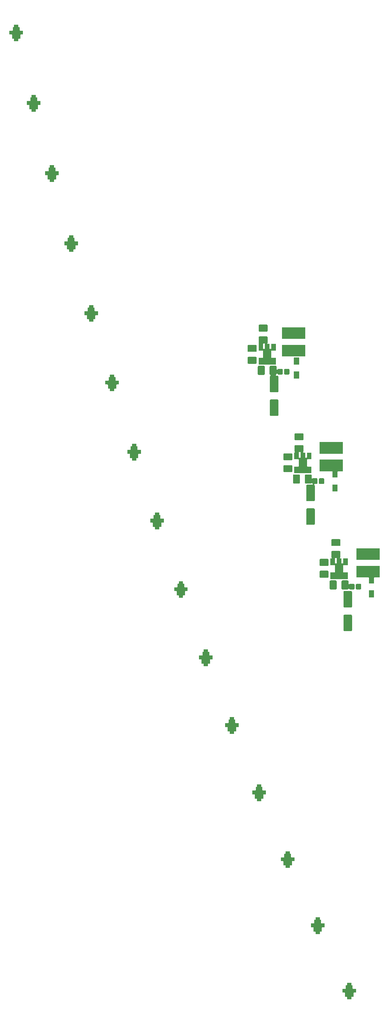
<source format=gbr>
G04 #@! TF.GenerationSoftware,KiCad,Pcbnew,(5.1.2)-1*
G04 #@! TF.CreationDate,2019-06-12T10:40:47+02:00*
G04 #@! TF.ProjectId,stop_light,73746f70-5f6c-4696-9768-742e6b696361,rev?*
G04 #@! TF.SameCoordinates,Original*
G04 #@! TF.FileFunction,Soldermask,Top*
G04 #@! TF.FilePolarity,Negative*
%FSLAX46Y46*%
G04 Gerber Fmt 4.6, Leading zero omitted, Abs format (unit mm)*
G04 Created by KiCad (PCBNEW (5.1.2)-1) date 2019-06-12 10:40:47*
%MOMM*%
%LPD*%
G04 APERTURE LIST*
%ADD10C,0.100000*%
G04 APERTURE END LIST*
D10*
G36*
X577360000Y-121615001D02*
G01*
X577362402Y-121639387D01*
X577369515Y-121662836D01*
X577381066Y-121684447D01*
X577396611Y-121703389D01*
X577415553Y-121718934D01*
X577437164Y-121730485D01*
X577460613Y-121737598D01*
X577484999Y-121740000D01*
X577660000Y-121740000D01*
X577660000Y-122465001D01*
X577662402Y-122489387D01*
X577669515Y-122512836D01*
X577681066Y-122534447D01*
X577696611Y-122553389D01*
X577715553Y-122568934D01*
X577737164Y-122580485D01*
X577760613Y-122587598D01*
X577784999Y-122590000D01*
X578460000Y-122590000D01*
X578460000Y-123490000D01*
X577984999Y-123490000D01*
X577960613Y-123492402D01*
X577937164Y-123499515D01*
X577915553Y-123511066D01*
X577896611Y-123526611D01*
X577881066Y-123545553D01*
X577869515Y-123567164D01*
X577862402Y-123590613D01*
X577860000Y-123614999D01*
X577860000Y-124490000D01*
X577484999Y-124490000D01*
X577460613Y-124492402D01*
X577437164Y-124499515D01*
X577415553Y-124511066D01*
X577396611Y-124526611D01*
X577381066Y-124545553D01*
X577369515Y-124567164D01*
X577362402Y-124590613D01*
X577360000Y-124614999D01*
X577360000Y-125090000D01*
X576360000Y-125090000D01*
X576360000Y-124614999D01*
X576357598Y-124590613D01*
X576350485Y-124567164D01*
X576338934Y-124545553D01*
X576323389Y-124526611D01*
X576304447Y-124511066D01*
X576282836Y-124499515D01*
X576259387Y-124492402D01*
X576235001Y-124490000D01*
X575860000Y-124490000D01*
X575860000Y-123614999D01*
X575857598Y-123590613D01*
X575850485Y-123567164D01*
X575838934Y-123545553D01*
X575823389Y-123526611D01*
X575804447Y-123511066D01*
X575782836Y-123499515D01*
X575759387Y-123492402D01*
X575735001Y-123490000D01*
X575260000Y-123490000D01*
X575260000Y-122590000D01*
X575935001Y-122590000D01*
X575959387Y-122587598D01*
X575982836Y-122580485D01*
X576004447Y-122568934D01*
X576023389Y-122553389D01*
X576038934Y-122534447D01*
X576050485Y-122512836D01*
X576057598Y-122489387D01*
X576060000Y-122465001D01*
X576060000Y-121740000D01*
X576235001Y-121740000D01*
X576259387Y-121737598D01*
X576282836Y-121730485D01*
X576304447Y-121718934D01*
X576323389Y-121703389D01*
X576338934Y-121684447D01*
X576350485Y-121662836D01*
X576357598Y-121639387D01*
X576360000Y-121615001D01*
X576360000Y-121150000D01*
X577360000Y-121150000D01*
X577360000Y-121615001D01*
X577360000Y-121615001D01*
G37*
G36*
X569900000Y-106155001D02*
G01*
X569902402Y-106179387D01*
X569909515Y-106202836D01*
X569921066Y-106224447D01*
X569936611Y-106243389D01*
X569955553Y-106258934D01*
X569977164Y-106270485D01*
X570000613Y-106277598D01*
X570024999Y-106280000D01*
X570200000Y-106280000D01*
X570200000Y-107005001D01*
X570202402Y-107029387D01*
X570209515Y-107052836D01*
X570221066Y-107074447D01*
X570236611Y-107093389D01*
X570255553Y-107108934D01*
X570277164Y-107120485D01*
X570300613Y-107127598D01*
X570324999Y-107130000D01*
X571000000Y-107130000D01*
X571000000Y-108030000D01*
X570524999Y-108030000D01*
X570500613Y-108032402D01*
X570477164Y-108039515D01*
X570455553Y-108051066D01*
X570436611Y-108066611D01*
X570421066Y-108085553D01*
X570409515Y-108107164D01*
X570402402Y-108130613D01*
X570400000Y-108154999D01*
X570400000Y-109030000D01*
X570024999Y-109030000D01*
X570000613Y-109032402D01*
X569977164Y-109039515D01*
X569955553Y-109051066D01*
X569936611Y-109066611D01*
X569921066Y-109085553D01*
X569909515Y-109107164D01*
X569902402Y-109130613D01*
X569900000Y-109154999D01*
X569900000Y-109630000D01*
X568900000Y-109630000D01*
X568900000Y-109154999D01*
X568897598Y-109130613D01*
X568890485Y-109107164D01*
X568878934Y-109085553D01*
X568863389Y-109066611D01*
X568844447Y-109051066D01*
X568822836Y-109039515D01*
X568799387Y-109032402D01*
X568775001Y-109030000D01*
X568400000Y-109030000D01*
X568400000Y-108154999D01*
X568397598Y-108130613D01*
X568390485Y-108107164D01*
X568378934Y-108085553D01*
X568363389Y-108066611D01*
X568344447Y-108051066D01*
X568322836Y-108039515D01*
X568299387Y-108032402D01*
X568275001Y-108030000D01*
X567800000Y-108030000D01*
X567800000Y-107130000D01*
X568475001Y-107130000D01*
X568499387Y-107127598D01*
X568522836Y-107120485D01*
X568544447Y-107108934D01*
X568563389Y-107093389D01*
X568578934Y-107074447D01*
X568590485Y-107052836D01*
X568597598Y-107029387D01*
X568600000Y-107005001D01*
X568600000Y-106280000D01*
X568775001Y-106280000D01*
X568799387Y-106277598D01*
X568822836Y-106270485D01*
X568844447Y-106258934D01*
X568863389Y-106243389D01*
X568878934Y-106224447D01*
X568890485Y-106202836D01*
X568897598Y-106179387D01*
X568900000Y-106155001D01*
X568900000Y-105690000D01*
X569900000Y-105690000D01*
X569900000Y-106155001D01*
X569900000Y-106155001D01*
G37*
G36*
X562810000Y-90525001D02*
G01*
X562812402Y-90549387D01*
X562819515Y-90572836D01*
X562831066Y-90594447D01*
X562846611Y-90613389D01*
X562865553Y-90628934D01*
X562887164Y-90640485D01*
X562910613Y-90647598D01*
X562934999Y-90650000D01*
X563110000Y-90650000D01*
X563110000Y-91375001D01*
X563112402Y-91399387D01*
X563119515Y-91422836D01*
X563131066Y-91444447D01*
X563146611Y-91463389D01*
X563165553Y-91478934D01*
X563187164Y-91490485D01*
X563210613Y-91497598D01*
X563234999Y-91500000D01*
X563910000Y-91500000D01*
X563910000Y-92400000D01*
X563434999Y-92400000D01*
X563410613Y-92402402D01*
X563387164Y-92409515D01*
X563365553Y-92421066D01*
X563346611Y-92436611D01*
X563331066Y-92455553D01*
X563319515Y-92477164D01*
X563312402Y-92500613D01*
X563310000Y-92524999D01*
X563310000Y-93400000D01*
X562934999Y-93400000D01*
X562910613Y-93402402D01*
X562887164Y-93409515D01*
X562865553Y-93421066D01*
X562846611Y-93436611D01*
X562831066Y-93455553D01*
X562819515Y-93477164D01*
X562812402Y-93500613D01*
X562810000Y-93524999D01*
X562810000Y-94000000D01*
X561810000Y-94000000D01*
X561810000Y-93524999D01*
X561807598Y-93500613D01*
X561800485Y-93477164D01*
X561788934Y-93455553D01*
X561773389Y-93436611D01*
X561754447Y-93421066D01*
X561732836Y-93409515D01*
X561709387Y-93402402D01*
X561685001Y-93400000D01*
X561310000Y-93400000D01*
X561310000Y-92524999D01*
X561307598Y-92500613D01*
X561300485Y-92477164D01*
X561288934Y-92455553D01*
X561273389Y-92436611D01*
X561254447Y-92421066D01*
X561232836Y-92409515D01*
X561209387Y-92402402D01*
X561185001Y-92400000D01*
X560710000Y-92400000D01*
X560710000Y-91500000D01*
X561385001Y-91500000D01*
X561409387Y-91497598D01*
X561432836Y-91490485D01*
X561454447Y-91478934D01*
X561473389Y-91463389D01*
X561488934Y-91444447D01*
X561500485Y-91422836D01*
X561507598Y-91399387D01*
X561510000Y-91375001D01*
X561510000Y-90650000D01*
X561685001Y-90650000D01*
X561709387Y-90647598D01*
X561732836Y-90640485D01*
X561754447Y-90628934D01*
X561773389Y-90613389D01*
X561788934Y-90594447D01*
X561800485Y-90572836D01*
X561807598Y-90549387D01*
X561810000Y-90525001D01*
X561810000Y-90060000D01*
X562810000Y-90060000D01*
X562810000Y-90525001D01*
X562810000Y-90525001D01*
G37*
G36*
X556050000Y-74735001D02*
G01*
X556052402Y-74759387D01*
X556059515Y-74782836D01*
X556071066Y-74804447D01*
X556086611Y-74823389D01*
X556105553Y-74838934D01*
X556127164Y-74850485D01*
X556150613Y-74857598D01*
X556174999Y-74860000D01*
X556350000Y-74860000D01*
X556350000Y-75585001D01*
X556352402Y-75609387D01*
X556359515Y-75632836D01*
X556371066Y-75654447D01*
X556386611Y-75673389D01*
X556405553Y-75688934D01*
X556427164Y-75700485D01*
X556450613Y-75707598D01*
X556474999Y-75710000D01*
X557150000Y-75710000D01*
X557150000Y-76610000D01*
X556674999Y-76610000D01*
X556650613Y-76612402D01*
X556627164Y-76619515D01*
X556605553Y-76631066D01*
X556586611Y-76646611D01*
X556571066Y-76665553D01*
X556559515Y-76687164D01*
X556552402Y-76710613D01*
X556550000Y-76734999D01*
X556550000Y-77610000D01*
X556174999Y-77610000D01*
X556150613Y-77612402D01*
X556127164Y-77619515D01*
X556105553Y-77631066D01*
X556086611Y-77646611D01*
X556071066Y-77665553D01*
X556059515Y-77687164D01*
X556052402Y-77710613D01*
X556050000Y-77734999D01*
X556050000Y-78210000D01*
X555050000Y-78210000D01*
X555050000Y-77734999D01*
X555047598Y-77710613D01*
X555040485Y-77687164D01*
X555028934Y-77665553D01*
X555013389Y-77646611D01*
X554994447Y-77631066D01*
X554972836Y-77619515D01*
X554949387Y-77612402D01*
X554925001Y-77610000D01*
X554550000Y-77610000D01*
X554550000Y-76734999D01*
X554547598Y-76710613D01*
X554540485Y-76687164D01*
X554528934Y-76665553D01*
X554513389Y-76646611D01*
X554494447Y-76631066D01*
X554472836Y-76619515D01*
X554449387Y-76612402D01*
X554425001Y-76610000D01*
X553950000Y-76610000D01*
X553950000Y-75710000D01*
X554625001Y-75710000D01*
X554649387Y-75707598D01*
X554672836Y-75700485D01*
X554694447Y-75688934D01*
X554713389Y-75673389D01*
X554728934Y-75654447D01*
X554740485Y-75632836D01*
X554747598Y-75609387D01*
X554750000Y-75585001D01*
X554750000Y-74860000D01*
X554925001Y-74860000D01*
X554949387Y-74857598D01*
X554972836Y-74850485D01*
X554994447Y-74838934D01*
X555013389Y-74823389D01*
X555028934Y-74804447D01*
X555040485Y-74782836D01*
X555047598Y-74759387D01*
X555050000Y-74735001D01*
X555050000Y-74270000D01*
X556050000Y-74270000D01*
X556050000Y-74735001D01*
X556050000Y-74735001D01*
G37*
G36*
X549610000Y-58835001D02*
G01*
X549612402Y-58859387D01*
X549619515Y-58882836D01*
X549631066Y-58904447D01*
X549646611Y-58923389D01*
X549665553Y-58938934D01*
X549687164Y-58950485D01*
X549710613Y-58957598D01*
X549734999Y-58960000D01*
X549910000Y-58960000D01*
X549910000Y-59685001D01*
X549912402Y-59709387D01*
X549919515Y-59732836D01*
X549931066Y-59754447D01*
X549946611Y-59773389D01*
X549965553Y-59788934D01*
X549987164Y-59800485D01*
X550010613Y-59807598D01*
X550034999Y-59810000D01*
X550710000Y-59810000D01*
X550710000Y-60710000D01*
X550234999Y-60710000D01*
X550210613Y-60712402D01*
X550187164Y-60719515D01*
X550165553Y-60731066D01*
X550146611Y-60746611D01*
X550131066Y-60765553D01*
X550119515Y-60787164D01*
X550112402Y-60810613D01*
X550110000Y-60834999D01*
X550110000Y-61710000D01*
X549734999Y-61710000D01*
X549710613Y-61712402D01*
X549687164Y-61719515D01*
X549665553Y-61731066D01*
X549646611Y-61746611D01*
X549631066Y-61765553D01*
X549619515Y-61787164D01*
X549612402Y-61810613D01*
X549610000Y-61834999D01*
X549610000Y-62310000D01*
X548610000Y-62310000D01*
X548610000Y-61834999D01*
X548607598Y-61810613D01*
X548600485Y-61787164D01*
X548588934Y-61765553D01*
X548573389Y-61746611D01*
X548554447Y-61731066D01*
X548532836Y-61719515D01*
X548509387Y-61712402D01*
X548485001Y-61710000D01*
X548110000Y-61710000D01*
X548110000Y-60834999D01*
X548107598Y-60810613D01*
X548100485Y-60787164D01*
X548088934Y-60765553D01*
X548073389Y-60746611D01*
X548054447Y-60731066D01*
X548032836Y-60719515D01*
X548009387Y-60712402D01*
X547985001Y-60710000D01*
X547510000Y-60710000D01*
X547510000Y-59810000D01*
X548185001Y-59810000D01*
X548209387Y-59807598D01*
X548232836Y-59800485D01*
X548254447Y-59788934D01*
X548273389Y-59773389D01*
X548288934Y-59754447D01*
X548300485Y-59732836D01*
X548307598Y-59709387D01*
X548310000Y-59685001D01*
X548310000Y-58960000D01*
X548485001Y-58960000D01*
X548509387Y-58957598D01*
X548532836Y-58950485D01*
X548554447Y-58938934D01*
X548573389Y-58923389D01*
X548588934Y-58904447D01*
X548600485Y-58882836D01*
X548607598Y-58859387D01*
X548610000Y-58835001D01*
X548610000Y-58370000D01*
X549610000Y-58370000D01*
X549610000Y-58835001D01*
X549610000Y-58835001D01*
G37*
G36*
X543450000Y-42815001D02*
G01*
X543452402Y-42839387D01*
X543459515Y-42862836D01*
X543471066Y-42884447D01*
X543486611Y-42903389D01*
X543505553Y-42918934D01*
X543527164Y-42930485D01*
X543550613Y-42937598D01*
X543574999Y-42940000D01*
X543750000Y-42940000D01*
X543750000Y-43665001D01*
X543752402Y-43689387D01*
X543759515Y-43712836D01*
X543771066Y-43734447D01*
X543786611Y-43753389D01*
X543805553Y-43768934D01*
X543827164Y-43780485D01*
X543850613Y-43787598D01*
X543874999Y-43790000D01*
X544550000Y-43790000D01*
X544550000Y-44690000D01*
X544074999Y-44690000D01*
X544050613Y-44692402D01*
X544027164Y-44699515D01*
X544005553Y-44711066D01*
X543986611Y-44726611D01*
X543971066Y-44745553D01*
X543959515Y-44767164D01*
X543952402Y-44790613D01*
X543950000Y-44814999D01*
X543950000Y-45690000D01*
X543574999Y-45690000D01*
X543550613Y-45692402D01*
X543527164Y-45699515D01*
X543505553Y-45711066D01*
X543486611Y-45726611D01*
X543471066Y-45745553D01*
X543459515Y-45767164D01*
X543452402Y-45790613D01*
X543450000Y-45814999D01*
X543450000Y-46290000D01*
X542450000Y-46290000D01*
X542450000Y-45814999D01*
X542447598Y-45790613D01*
X542440485Y-45767164D01*
X542428934Y-45745553D01*
X542413389Y-45726611D01*
X542394447Y-45711066D01*
X542372836Y-45699515D01*
X542349387Y-45692402D01*
X542325001Y-45690000D01*
X541950000Y-45690000D01*
X541950000Y-44814999D01*
X541947598Y-44790613D01*
X541940485Y-44767164D01*
X541928934Y-44745553D01*
X541913389Y-44726611D01*
X541894447Y-44711066D01*
X541872836Y-44699515D01*
X541849387Y-44692402D01*
X541825001Y-44690000D01*
X541350000Y-44690000D01*
X541350000Y-43790000D01*
X542025001Y-43790000D01*
X542049387Y-43787598D01*
X542072836Y-43780485D01*
X542094447Y-43768934D01*
X542113389Y-43753389D01*
X542128934Y-43734447D01*
X542140485Y-43712836D01*
X542147598Y-43689387D01*
X542150000Y-43665001D01*
X542150000Y-42940000D01*
X542325001Y-42940000D01*
X542349387Y-42937598D01*
X542372836Y-42930485D01*
X542394447Y-42918934D01*
X542413389Y-42903389D01*
X542428934Y-42884447D01*
X542440485Y-42862836D01*
X542447598Y-42839387D01*
X542450000Y-42815001D01*
X542450000Y-42350000D01*
X543450000Y-42350000D01*
X543450000Y-42815001D01*
X543450000Y-42815001D01*
G37*
G36*
X577337517Y-34144946D02*
G01*
X577379908Y-34157805D01*
X577418973Y-34178686D01*
X577453214Y-34206786D01*
X577481314Y-34241027D01*
X577502195Y-34280092D01*
X577515054Y-34322483D01*
X577520000Y-34372703D01*
X577520000Y-37807297D01*
X577515054Y-37857517D01*
X577502195Y-37899908D01*
X577481314Y-37938973D01*
X577453214Y-37973214D01*
X577418973Y-38001314D01*
X577379908Y-38022195D01*
X577337517Y-38035054D01*
X577287297Y-38040000D01*
X575752703Y-38040000D01*
X575702483Y-38035054D01*
X575660092Y-38022195D01*
X575621027Y-38001314D01*
X575586786Y-37973214D01*
X575558686Y-37938973D01*
X575537805Y-37899908D01*
X575524946Y-37857517D01*
X575520000Y-37807297D01*
X575520000Y-34372703D01*
X575524946Y-34322483D01*
X575537805Y-34280092D01*
X575558686Y-34241027D01*
X575586786Y-34206786D01*
X575621027Y-34178686D01*
X575660092Y-34157805D01*
X575702483Y-34144946D01*
X575752703Y-34140000D01*
X577287297Y-34140000D01*
X577337517Y-34144946D01*
X577337517Y-34144946D01*
G37*
G36*
X577337517Y-28544946D02*
G01*
X577379908Y-28557805D01*
X577418973Y-28578686D01*
X577453214Y-28606786D01*
X577481314Y-28641027D01*
X577502195Y-28680092D01*
X577515054Y-28722483D01*
X577520000Y-28772703D01*
X577520000Y-32207297D01*
X577515054Y-32257517D01*
X577502195Y-32299908D01*
X577481314Y-32338973D01*
X577453214Y-32373214D01*
X577418973Y-32401314D01*
X577379908Y-32422195D01*
X577337517Y-32435054D01*
X577287297Y-32440000D01*
X575752703Y-32440000D01*
X575702483Y-32435054D01*
X575660092Y-32422195D01*
X575621027Y-32401314D01*
X575586786Y-32373214D01*
X575558686Y-32338973D01*
X575537805Y-32299908D01*
X575524946Y-32257517D01*
X575520000Y-32207297D01*
X575520000Y-28772703D01*
X575524946Y-28722483D01*
X575537805Y-28680092D01*
X575558686Y-28641027D01*
X575586786Y-28606786D01*
X575621027Y-28578686D01*
X575660092Y-28557805D01*
X575702483Y-28544946D01*
X575752703Y-28540000D01*
X577287297Y-28540000D01*
X577337517Y-28544946D01*
X577337517Y-28544946D01*
G37*
G36*
X537550000Y-26695001D02*
G01*
X537552402Y-26719387D01*
X537559515Y-26742836D01*
X537571066Y-26764447D01*
X537586611Y-26783389D01*
X537605553Y-26798934D01*
X537627164Y-26810485D01*
X537650613Y-26817598D01*
X537674999Y-26820000D01*
X537850000Y-26820000D01*
X537850000Y-27545001D01*
X537852402Y-27569387D01*
X537859515Y-27592836D01*
X537871066Y-27614447D01*
X537886611Y-27633389D01*
X537905553Y-27648934D01*
X537927164Y-27660485D01*
X537950613Y-27667598D01*
X537974999Y-27670000D01*
X538650000Y-27670000D01*
X538650000Y-28570000D01*
X538174999Y-28570000D01*
X538150613Y-28572402D01*
X538127164Y-28579515D01*
X538105553Y-28591066D01*
X538086611Y-28606611D01*
X538071066Y-28625553D01*
X538059515Y-28647164D01*
X538052402Y-28670613D01*
X538050000Y-28694999D01*
X538050000Y-29570000D01*
X537674999Y-29570000D01*
X537650613Y-29572402D01*
X537627164Y-29579515D01*
X537605553Y-29591066D01*
X537586611Y-29606611D01*
X537571066Y-29625553D01*
X537559515Y-29647164D01*
X537552402Y-29670613D01*
X537550000Y-29694999D01*
X537550000Y-30170000D01*
X536550000Y-30170000D01*
X536550000Y-29694999D01*
X536547598Y-29670613D01*
X536540485Y-29647164D01*
X536528934Y-29625553D01*
X536513389Y-29606611D01*
X536494447Y-29591066D01*
X536472836Y-29579515D01*
X536449387Y-29572402D01*
X536425001Y-29570000D01*
X536050000Y-29570000D01*
X536050000Y-28694999D01*
X536047598Y-28670613D01*
X536040485Y-28647164D01*
X536028934Y-28625553D01*
X536013389Y-28606611D01*
X535994447Y-28591066D01*
X535972836Y-28579515D01*
X535949387Y-28572402D01*
X535925001Y-28570000D01*
X535450000Y-28570000D01*
X535450000Y-27670000D01*
X536125001Y-27670000D01*
X536149387Y-27667598D01*
X536172836Y-27660485D01*
X536194447Y-27648934D01*
X536213389Y-27633389D01*
X536228934Y-27614447D01*
X536240485Y-27592836D01*
X536247598Y-27569387D01*
X536250000Y-27545001D01*
X536250000Y-26820000D01*
X536425001Y-26820000D01*
X536449387Y-26817598D01*
X536472836Y-26810485D01*
X536494447Y-26798934D01*
X536513389Y-26783389D01*
X536528934Y-26764447D01*
X536540485Y-26742836D01*
X536547598Y-26719387D01*
X536550000Y-26695001D01*
X536550000Y-26230000D01*
X537550000Y-26230000D01*
X537550000Y-26695001D01*
X537550000Y-26695001D01*
G37*
G36*
X582720000Y-30065000D02*
G01*
X581520000Y-30065000D01*
X581520000Y-28415000D01*
X582720000Y-28415000D01*
X582720000Y-30065000D01*
X582720000Y-30065000D01*
G37*
G36*
X576489628Y-26030893D02*
G01*
X576537354Y-26045371D01*
X576581332Y-26068877D01*
X576619884Y-26100516D01*
X576651523Y-26139068D01*
X576675029Y-26183046D01*
X576689507Y-26230772D01*
X576695000Y-26286541D01*
X576695000Y-26832067D01*
X576697402Y-26856453D01*
X576704515Y-26879902D01*
X576716066Y-26901513D01*
X576731611Y-26920455D01*
X576750553Y-26936000D01*
X576772164Y-26947551D01*
X576795613Y-26954664D01*
X576819999Y-26957066D01*
X576844385Y-26954664D01*
X576867834Y-26947551D01*
X576889445Y-26936000D01*
X576916624Y-26911366D01*
X576930480Y-26894482D01*
X576969222Y-26862688D01*
X577013415Y-26839066D01*
X577061378Y-26824517D01*
X577117391Y-26819000D01*
X577867609Y-26819000D01*
X577923622Y-26824517D01*
X577971585Y-26839066D01*
X578015778Y-26862688D01*
X578054519Y-26894481D01*
X578086312Y-26933222D01*
X578109934Y-26977415D01*
X578124483Y-27025378D01*
X578130000Y-27081391D01*
X578130000Y-27906609D01*
X578124483Y-27962622D01*
X578109934Y-28010585D01*
X578086312Y-28054778D01*
X578054519Y-28093519D01*
X578015778Y-28125312D01*
X577971585Y-28148934D01*
X577923622Y-28163483D01*
X577867609Y-28169000D01*
X577117391Y-28169000D01*
X577061378Y-28163483D01*
X577013415Y-28148934D01*
X576969222Y-28125312D01*
X576930481Y-28093519D01*
X576898689Y-28054780D01*
X576887203Y-28033291D01*
X576873589Y-28012917D01*
X576856262Y-27995590D01*
X576835887Y-27981976D01*
X576813249Y-27972599D01*
X576789215Y-27967819D01*
X576764711Y-27967819D01*
X576740678Y-27972600D01*
X576718039Y-27981977D01*
X576697665Y-27995591D01*
X576680338Y-28012918D01*
X576666724Y-28033293D01*
X576651523Y-28061732D01*
X576619884Y-28100284D01*
X576581332Y-28131923D01*
X576537354Y-28155429D01*
X576489628Y-28169907D01*
X576433859Y-28175400D01*
X575306141Y-28175400D01*
X575250372Y-28169907D01*
X575202646Y-28155429D01*
X575158668Y-28131923D01*
X575120116Y-28100284D01*
X575088477Y-28061732D01*
X575064971Y-28017754D01*
X575050493Y-27970028D01*
X575045000Y-27914259D01*
X575045000Y-26286541D01*
X575050493Y-26230772D01*
X575064971Y-26183046D01*
X575088477Y-26139068D01*
X575120116Y-26100516D01*
X575158668Y-26068877D01*
X575202646Y-26045371D01*
X575250372Y-26030893D01*
X575306141Y-26025400D01*
X576433859Y-26025400D01*
X576489628Y-26030893D01*
X576489628Y-26030893D01*
G37*
G36*
X573689628Y-26030893D02*
G01*
X573737354Y-26045371D01*
X573781332Y-26068877D01*
X573819884Y-26100516D01*
X573851523Y-26139068D01*
X573875029Y-26183046D01*
X573889507Y-26230772D01*
X573895000Y-26286541D01*
X573895000Y-27914259D01*
X573889507Y-27970028D01*
X573875029Y-28017754D01*
X573851523Y-28061732D01*
X573819884Y-28100284D01*
X573781332Y-28131923D01*
X573737354Y-28155429D01*
X573689628Y-28169907D01*
X573633859Y-28175400D01*
X572506141Y-28175400D01*
X572450372Y-28169907D01*
X572402646Y-28155429D01*
X572358668Y-28131923D01*
X572320116Y-28100284D01*
X572288477Y-28061732D01*
X572264971Y-28017754D01*
X572250493Y-27970028D01*
X572245000Y-27914259D01*
X572245000Y-26286541D01*
X572250493Y-26230772D01*
X572264971Y-26183046D01*
X572288477Y-26139068D01*
X572320116Y-26100516D01*
X572358668Y-26068877D01*
X572402646Y-26045371D01*
X572450372Y-26030893D01*
X572506141Y-26025400D01*
X573633859Y-26025400D01*
X573689628Y-26030893D01*
X573689628Y-26030893D01*
G37*
G36*
X579498622Y-26824517D02*
G01*
X579546585Y-26839066D01*
X579590778Y-26862688D01*
X579629519Y-26894481D01*
X579661312Y-26933222D01*
X579684934Y-26977415D01*
X579699483Y-27025378D01*
X579705000Y-27081391D01*
X579705000Y-27906609D01*
X579699483Y-27962622D01*
X579684934Y-28010585D01*
X579661312Y-28054778D01*
X579629519Y-28093519D01*
X579590778Y-28125312D01*
X579546585Y-28148934D01*
X579498622Y-28163483D01*
X579442609Y-28169000D01*
X578692391Y-28169000D01*
X578636378Y-28163483D01*
X578588415Y-28148934D01*
X578544222Y-28125312D01*
X578505481Y-28093519D01*
X578473688Y-28054778D01*
X578450066Y-28010585D01*
X578435517Y-27962622D01*
X578430000Y-27906609D01*
X578430000Y-27081391D01*
X578435517Y-27025378D01*
X578450066Y-26977415D01*
X578473688Y-26933222D01*
X578505481Y-26894481D01*
X578544222Y-26862688D01*
X578588415Y-26839066D01*
X578636378Y-26824517D01*
X578692391Y-26819000D01*
X579442609Y-26819000D01*
X579498622Y-26824517D01*
X579498622Y-26824517D01*
G37*
G36*
X584078000Y-25356000D02*
G01*
X582844999Y-25356000D01*
X582820613Y-25358402D01*
X582797164Y-25365515D01*
X582775553Y-25377066D01*
X582756611Y-25392611D01*
X582741066Y-25411553D01*
X582729515Y-25433164D01*
X582722402Y-25456613D01*
X582720000Y-25480999D01*
X582720000Y-26765000D01*
X581520000Y-26765000D01*
X581520000Y-25480999D01*
X581517598Y-25456613D01*
X581510485Y-25433164D01*
X581498934Y-25411553D01*
X581483389Y-25392611D01*
X581464447Y-25377066D01*
X581442836Y-25365515D01*
X581419387Y-25358402D01*
X581395001Y-25356000D01*
X578578000Y-25356000D01*
X578578000Y-22606000D01*
X584078000Y-22606000D01*
X584078000Y-25356000D01*
X584078000Y-25356000D01*
G37*
G36*
X574589628Y-19070493D02*
G01*
X574637354Y-19084971D01*
X574681332Y-19108477D01*
X574719884Y-19140116D01*
X574751523Y-19178668D01*
X574775029Y-19222646D01*
X574789507Y-19270372D01*
X574795000Y-19326141D01*
X574795000Y-20453859D01*
X574789507Y-20509628D01*
X574775029Y-20557354D01*
X574751521Y-20601336D01*
X574719214Y-20640702D01*
X574705600Y-20661077D01*
X574696222Y-20683716D01*
X574691442Y-20707749D01*
X574691442Y-20732253D01*
X574696222Y-20756286D01*
X574705600Y-20778925D01*
X574719213Y-20799299D01*
X574736540Y-20816626D01*
X574756915Y-20830240D01*
X574779554Y-20839618D01*
X574803587Y-20844398D01*
X574815839Y-20845000D01*
X575010000Y-20845000D01*
X575010000Y-21925001D01*
X575012402Y-21949387D01*
X575019515Y-21972836D01*
X575031066Y-21994447D01*
X575046611Y-22013389D01*
X575065553Y-22028934D01*
X575087164Y-22040485D01*
X575110613Y-22047598D01*
X575134999Y-22050000D01*
X575305001Y-22050000D01*
X575329387Y-22047598D01*
X575352836Y-22040485D01*
X575374447Y-22028934D01*
X575393389Y-22013389D01*
X575408934Y-21994447D01*
X575420485Y-21972836D01*
X575427598Y-21949387D01*
X575430000Y-21925001D01*
X575430000Y-20845000D01*
X576510000Y-20845000D01*
X576510000Y-22445000D01*
X575544999Y-22445000D01*
X575520613Y-22447402D01*
X575497164Y-22454515D01*
X575475553Y-22466066D01*
X575456611Y-22481611D01*
X575441066Y-22500553D01*
X575429515Y-22522164D01*
X575422402Y-22545613D01*
X575420000Y-22569999D01*
X575420000Y-24020001D01*
X575422402Y-24044387D01*
X575429515Y-24067836D01*
X575441066Y-24089447D01*
X575456611Y-24108389D01*
X575475553Y-24123934D01*
X575497164Y-24135485D01*
X575520613Y-24142598D01*
X575544999Y-24145000D01*
X576510000Y-24145000D01*
X576510000Y-25745000D01*
X575544999Y-25745000D01*
X575520613Y-25747402D01*
X575512048Y-25750000D01*
X573427952Y-25750000D01*
X573419387Y-25747402D01*
X573395001Y-25745000D01*
X572430000Y-25745000D01*
X572430000Y-24145000D01*
X573395001Y-24145000D01*
X573419387Y-24142598D01*
X573442836Y-24135485D01*
X573464447Y-24123934D01*
X573483389Y-24108389D01*
X573498934Y-24089447D01*
X573510485Y-24067836D01*
X573517598Y-24044387D01*
X573520000Y-24020001D01*
X573520000Y-22569999D01*
X573517598Y-22545613D01*
X573510485Y-22522164D01*
X573498934Y-22500553D01*
X573483389Y-22481611D01*
X573464447Y-22466066D01*
X573442836Y-22454515D01*
X573419387Y-22447402D01*
X573395001Y-22445000D01*
X572430000Y-22445000D01*
X572430000Y-20845000D01*
X572624161Y-20845000D01*
X572648547Y-20842598D01*
X572657114Y-20839999D01*
X573510000Y-20839999D01*
X573510000Y-21925001D01*
X573512402Y-21949387D01*
X573519515Y-21972836D01*
X573531066Y-21994447D01*
X573546611Y-22013389D01*
X573565553Y-22028934D01*
X573587164Y-22040485D01*
X573610613Y-22047598D01*
X573634999Y-22050000D01*
X573805001Y-22050000D01*
X573829387Y-22047598D01*
X573852836Y-22040485D01*
X573874447Y-22028934D01*
X573893389Y-22013389D01*
X573908934Y-21994447D01*
X573920485Y-21972836D01*
X573927598Y-21949387D01*
X573930000Y-21925001D01*
X573930000Y-20839999D01*
X573927598Y-20815613D01*
X573920485Y-20792164D01*
X573908934Y-20770553D01*
X573893389Y-20751611D01*
X573874447Y-20736066D01*
X573852836Y-20724515D01*
X573829387Y-20717402D01*
X573805001Y-20715000D01*
X573634999Y-20715000D01*
X573610613Y-20717402D01*
X573587164Y-20724515D01*
X573565553Y-20736066D01*
X573546611Y-20751611D01*
X573531066Y-20770553D01*
X573519515Y-20792164D01*
X573512402Y-20815613D01*
X573510000Y-20839999D01*
X572657114Y-20839999D01*
X572671996Y-20835485D01*
X572693607Y-20823934D01*
X572712549Y-20808389D01*
X572728094Y-20789447D01*
X572739645Y-20767836D01*
X572746758Y-20744387D01*
X572749160Y-20720001D01*
X572746758Y-20695615D01*
X572739645Y-20672166D01*
X572728094Y-20650555D01*
X572720786Y-20640702D01*
X572688479Y-20601336D01*
X572664971Y-20557354D01*
X572650493Y-20509628D01*
X572645000Y-20453859D01*
X572645000Y-19326141D01*
X572650493Y-19270372D01*
X572664971Y-19222646D01*
X572688477Y-19178668D01*
X572720116Y-19140116D01*
X572758668Y-19108477D01*
X572802646Y-19084971D01*
X572850372Y-19070493D01*
X572906141Y-19065000D01*
X574533859Y-19065000D01*
X574589628Y-19070493D01*
X574589628Y-19070493D01*
G37*
G36*
X571783628Y-23753293D02*
G01*
X571831354Y-23767771D01*
X571875332Y-23791277D01*
X571913884Y-23822916D01*
X571945523Y-23861468D01*
X571969029Y-23905446D01*
X571983507Y-23953172D01*
X571989000Y-24008941D01*
X571989000Y-25136659D01*
X571983507Y-25192428D01*
X571969029Y-25240154D01*
X571945523Y-25284132D01*
X571913884Y-25322684D01*
X571875332Y-25354323D01*
X571831354Y-25377829D01*
X571783628Y-25392307D01*
X571727859Y-25397800D01*
X570100141Y-25397800D01*
X570044372Y-25392307D01*
X569996646Y-25377829D01*
X569952668Y-25354323D01*
X569914116Y-25322684D01*
X569882477Y-25284132D01*
X569858971Y-25240154D01*
X569844493Y-25192428D01*
X569839000Y-25136659D01*
X569839000Y-24008941D01*
X569844493Y-23953172D01*
X569858971Y-23905446D01*
X569882477Y-23861468D01*
X569914116Y-23822916D01*
X569952668Y-23791277D01*
X569996646Y-23767771D01*
X570044372Y-23753293D01*
X570100141Y-23747800D01*
X571727859Y-23747800D01*
X571783628Y-23753293D01*
X571783628Y-23753293D01*
G37*
G36*
X571783628Y-20953293D02*
G01*
X571831354Y-20967771D01*
X571875332Y-20991277D01*
X571913884Y-21022916D01*
X571945523Y-21061468D01*
X571969029Y-21105446D01*
X571983507Y-21153172D01*
X571989000Y-21208941D01*
X571989000Y-22336659D01*
X571983507Y-22392428D01*
X571969029Y-22440154D01*
X571945523Y-22484132D01*
X571913884Y-22522684D01*
X571875332Y-22554323D01*
X571831354Y-22577829D01*
X571783628Y-22592307D01*
X571727859Y-22597800D01*
X570100141Y-22597800D01*
X570044372Y-22592307D01*
X569996646Y-22577829D01*
X569952668Y-22554323D01*
X569914116Y-22522684D01*
X569882477Y-22484132D01*
X569858971Y-22440154D01*
X569844493Y-22392428D01*
X569839000Y-22336659D01*
X569839000Y-21208941D01*
X569844493Y-21153172D01*
X569858971Y-21105446D01*
X569882477Y-21061468D01*
X569914116Y-21022916D01*
X569952668Y-20991277D01*
X569996646Y-20967771D01*
X570044372Y-20953293D01*
X570100141Y-20947800D01*
X571727859Y-20947800D01*
X571783628Y-20953293D01*
X571783628Y-20953293D01*
G37*
G36*
X584078000Y-21206000D02*
G01*
X578578000Y-21206000D01*
X578578000Y-18456000D01*
X584078000Y-18456000D01*
X584078000Y-21206000D01*
X584078000Y-21206000D01*
G37*
G36*
X574589628Y-16270493D02*
G01*
X574637354Y-16284971D01*
X574681332Y-16308477D01*
X574719884Y-16340116D01*
X574751523Y-16378668D01*
X574775029Y-16422646D01*
X574789507Y-16470372D01*
X574795000Y-16526141D01*
X574795000Y-17653859D01*
X574789507Y-17709628D01*
X574775029Y-17757354D01*
X574751523Y-17801332D01*
X574719884Y-17839884D01*
X574681332Y-17871523D01*
X574637354Y-17895029D01*
X574589628Y-17909507D01*
X574533859Y-17915000D01*
X572906141Y-17915000D01*
X572850372Y-17909507D01*
X572802646Y-17895029D01*
X572758668Y-17871523D01*
X572720116Y-17839884D01*
X572688477Y-17801332D01*
X572664971Y-17757354D01*
X572650493Y-17709628D01*
X572645000Y-17653859D01*
X572645000Y-16526141D01*
X572650493Y-16470372D01*
X572664971Y-16422646D01*
X572688477Y-16378668D01*
X572720116Y-16340116D01*
X572758668Y-16308477D01*
X572802646Y-16284971D01*
X572850372Y-16270493D01*
X572906141Y-16265000D01*
X574533859Y-16265000D01*
X574589628Y-16270493D01*
X574589628Y-16270493D01*
G37*
G36*
X531890000Y-10505001D02*
G01*
X531892402Y-10529387D01*
X531899515Y-10552836D01*
X531911066Y-10574447D01*
X531926611Y-10593389D01*
X531945553Y-10608934D01*
X531967164Y-10620485D01*
X531990613Y-10627598D01*
X532014999Y-10630000D01*
X532190000Y-10630000D01*
X532190000Y-11355001D01*
X532192402Y-11379387D01*
X532199515Y-11402836D01*
X532211066Y-11424447D01*
X532226611Y-11443389D01*
X532245553Y-11458934D01*
X532267164Y-11470485D01*
X532290613Y-11477598D01*
X532314999Y-11480000D01*
X532990000Y-11480000D01*
X532990000Y-12380000D01*
X532514999Y-12380000D01*
X532490613Y-12382402D01*
X532467164Y-12389515D01*
X532445553Y-12401066D01*
X532426611Y-12416611D01*
X532411066Y-12435553D01*
X532399515Y-12457164D01*
X532392402Y-12480613D01*
X532390000Y-12504999D01*
X532390000Y-13380000D01*
X532014999Y-13380000D01*
X531990613Y-13382402D01*
X531967164Y-13389515D01*
X531945553Y-13401066D01*
X531926611Y-13416611D01*
X531911066Y-13435553D01*
X531899515Y-13457164D01*
X531892402Y-13480613D01*
X531890000Y-13504999D01*
X531890000Y-13980000D01*
X530890000Y-13980000D01*
X530890000Y-13504999D01*
X530887598Y-13480613D01*
X530880485Y-13457164D01*
X530868934Y-13435553D01*
X530853389Y-13416611D01*
X530834447Y-13401066D01*
X530812836Y-13389515D01*
X530789387Y-13382402D01*
X530765001Y-13380000D01*
X530390000Y-13380000D01*
X530390000Y-12504999D01*
X530387598Y-12480613D01*
X530380485Y-12457164D01*
X530368934Y-12435553D01*
X530353389Y-12416611D01*
X530334447Y-12401066D01*
X530312836Y-12389515D01*
X530289387Y-12382402D01*
X530265001Y-12380000D01*
X529790000Y-12380000D01*
X529790000Y-11480000D01*
X530465001Y-11480000D01*
X530489387Y-11477598D01*
X530512836Y-11470485D01*
X530534447Y-11458934D01*
X530553389Y-11443389D01*
X530568934Y-11424447D01*
X530580485Y-11402836D01*
X530587598Y-11379387D01*
X530590000Y-11355001D01*
X530590000Y-10630000D01*
X530765001Y-10630000D01*
X530789387Y-10627598D01*
X530812836Y-10620485D01*
X530834447Y-10608934D01*
X530853389Y-10593389D01*
X530868934Y-10574447D01*
X530880485Y-10552836D01*
X530887598Y-10529387D01*
X530890000Y-10505001D01*
X530890000Y-10040000D01*
X531890000Y-10040000D01*
X531890000Y-10505001D01*
X531890000Y-10505001D01*
G37*
G36*
X568533517Y-9020946D02*
G01*
X568575908Y-9033805D01*
X568614973Y-9054686D01*
X568649214Y-9082786D01*
X568677314Y-9117027D01*
X568698195Y-9156092D01*
X568711054Y-9198483D01*
X568716000Y-9248703D01*
X568716000Y-12683297D01*
X568711054Y-12733517D01*
X568698195Y-12775908D01*
X568677314Y-12814973D01*
X568649214Y-12849214D01*
X568614973Y-12877314D01*
X568575908Y-12898195D01*
X568533517Y-12911054D01*
X568483297Y-12916000D01*
X566948703Y-12916000D01*
X566898483Y-12911054D01*
X566856092Y-12898195D01*
X566817027Y-12877314D01*
X566782786Y-12849214D01*
X566754686Y-12814973D01*
X566733805Y-12775908D01*
X566720946Y-12733517D01*
X566716000Y-12683297D01*
X566716000Y-9248703D01*
X566720946Y-9198483D01*
X566733805Y-9156092D01*
X566754686Y-9117027D01*
X566782786Y-9082786D01*
X566817027Y-9054686D01*
X566856092Y-9033805D01*
X566898483Y-9020946D01*
X566948703Y-9016000D01*
X568483297Y-9016000D01*
X568533517Y-9020946D01*
X568533517Y-9020946D01*
G37*
G36*
X567795628Y-996493D02*
G01*
X567843354Y-1010971D01*
X567887332Y-1034477D01*
X567925884Y-1066116D01*
X567957523Y-1104668D01*
X567981029Y-1148646D01*
X567995507Y-1196372D01*
X568001000Y-1252141D01*
X568001000Y-1848259D01*
X568003402Y-1872645D01*
X568010515Y-1896094D01*
X568022066Y-1917705D01*
X568037611Y-1936647D01*
X568056553Y-1952192D01*
X568078164Y-1963743D01*
X568101613Y-1970856D01*
X568125999Y-1973258D01*
X568150385Y-1970856D01*
X568173834Y-1963743D01*
X568195445Y-1952192D01*
X568205298Y-1944884D01*
X568217722Y-1934688D01*
X568261915Y-1911066D01*
X568309878Y-1896517D01*
X568365891Y-1891000D01*
X569116109Y-1891000D01*
X569172122Y-1896517D01*
X569220085Y-1911066D01*
X569264278Y-1934688D01*
X569303019Y-1966481D01*
X569334812Y-2005222D01*
X569358434Y-2049415D01*
X569372983Y-2097378D01*
X569378500Y-2153391D01*
X569378500Y-2978609D01*
X569372983Y-3034622D01*
X569358434Y-3082585D01*
X569334812Y-3126778D01*
X569303019Y-3165519D01*
X569264278Y-3197312D01*
X569220085Y-3220934D01*
X569172122Y-3235483D01*
X569116109Y-3241000D01*
X568703945Y-3241000D01*
X568679559Y-3243402D01*
X568656110Y-3250515D01*
X568634499Y-3262066D01*
X568615557Y-3277611D01*
X568600012Y-3296553D01*
X568588461Y-3318164D01*
X568581348Y-3341613D01*
X568578946Y-3365999D01*
X568581348Y-3390385D01*
X568588461Y-3413834D01*
X568600012Y-3435445D01*
X568615557Y-3454387D01*
X568624647Y-3462625D01*
X568649213Y-3482786D01*
X568677314Y-3517027D01*
X568698195Y-3556092D01*
X568711054Y-3598483D01*
X568716000Y-3648703D01*
X568716000Y-7083297D01*
X568711054Y-7133517D01*
X568698195Y-7175908D01*
X568677314Y-7214973D01*
X568649214Y-7249214D01*
X568614973Y-7277314D01*
X568575908Y-7298195D01*
X568533517Y-7311054D01*
X568483297Y-7316000D01*
X566948703Y-7316000D01*
X566898483Y-7311054D01*
X566856092Y-7298195D01*
X566817027Y-7277314D01*
X566782786Y-7249214D01*
X566754686Y-7214973D01*
X566733805Y-7175908D01*
X566720946Y-7133517D01*
X566716000Y-7083297D01*
X566716000Y-3648703D01*
X566720946Y-3598483D01*
X566733805Y-3556092D01*
X566754686Y-3517027D01*
X566782786Y-3482786D01*
X566817027Y-3454686D01*
X566856092Y-3433805D01*
X566898483Y-3420946D01*
X566948703Y-3416000D01*
X568134845Y-3416000D01*
X568159231Y-3413598D01*
X568182680Y-3406485D01*
X568204291Y-3394934D01*
X568223233Y-3379389D01*
X568238778Y-3360447D01*
X568250329Y-3338836D01*
X568257442Y-3315387D01*
X568259844Y-3291001D01*
X568257442Y-3266615D01*
X568250329Y-3243166D01*
X568238778Y-3221555D01*
X568223233Y-3202613D01*
X568214143Y-3194375D01*
X568178981Y-3165519D01*
X568147189Y-3126780D01*
X568128377Y-3091585D01*
X568114763Y-3071211D01*
X568097436Y-3053884D01*
X568077062Y-3040270D01*
X568054423Y-3030893D01*
X568030390Y-3026113D01*
X568005885Y-3026113D01*
X567981852Y-3030894D01*
X567959213Y-3040271D01*
X567938839Y-3053885D01*
X567931215Y-3061509D01*
X567887332Y-3097523D01*
X567843354Y-3121029D01*
X567795628Y-3135507D01*
X567739859Y-3141000D01*
X566612141Y-3141000D01*
X566556372Y-3135507D01*
X566508646Y-3121029D01*
X566464668Y-3097523D01*
X566426116Y-3065884D01*
X566394477Y-3027332D01*
X566370971Y-2983354D01*
X566356493Y-2935628D01*
X566351000Y-2879859D01*
X566351000Y-1252141D01*
X566356493Y-1196372D01*
X566370971Y-1148646D01*
X566394477Y-1104668D01*
X566426116Y-1066116D01*
X566464668Y-1034477D01*
X566508646Y-1010971D01*
X566556372Y-996493D01*
X566612141Y-991000D01*
X567739859Y-991000D01*
X567795628Y-996493D01*
X567795628Y-996493D01*
G37*
G36*
X574116000Y-5041000D02*
G01*
X572916000Y-5041000D01*
X572916000Y-3391000D01*
X574116000Y-3391000D01*
X574116000Y-5041000D01*
X574116000Y-5041000D01*
G37*
G36*
X570747122Y-1896517D02*
G01*
X570795085Y-1911066D01*
X570839278Y-1934688D01*
X570878019Y-1966481D01*
X570909812Y-2005222D01*
X570933434Y-2049415D01*
X570947983Y-2097378D01*
X570953500Y-2153391D01*
X570953500Y-2978609D01*
X570947983Y-3034622D01*
X570933434Y-3082585D01*
X570909812Y-3126778D01*
X570878019Y-3165519D01*
X570839278Y-3197312D01*
X570795085Y-3220934D01*
X570747122Y-3235483D01*
X570691109Y-3241000D01*
X569940891Y-3241000D01*
X569884878Y-3235483D01*
X569836915Y-3220934D01*
X569792722Y-3197312D01*
X569753981Y-3165519D01*
X569722188Y-3126778D01*
X569698566Y-3082585D01*
X569684017Y-3034622D01*
X569678500Y-2978609D01*
X569678500Y-2153391D01*
X569684017Y-2097378D01*
X569698566Y-2049415D01*
X569722188Y-2005222D01*
X569753981Y-1966481D01*
X569792722Y-1934688D01*
X569836915Y-1911066D01*
X569884878Y-1896517D01*
X569940891Y-1891000D01*
X570691109Y-1891000D01*
X570747122Y-1896517D01*
X570747122Y-1896517D01*
G37*
G36*
X564995628Y-996493D02*
G01*
X565043354Y-1010971D01*
X565087332Y-1034477D01*
X565125884Y-1066116D01*
X565157523Y-1104668D01*
X565181029Y-1148646D01*
X565195507Y-1196372D01*
X565201000Y-1252141D01*
X565201000Y-2879859D01*
X565195507Y-2935628D01*
X565181029Y-2983354D01*
X565157523Y-3027332D01*
X565125884Y-3065884D01*
X565087332Y-3097523D01*
X565043354Y-3121029D01*
X564995628Y-3135507D01*
X564939859Y-3141000D01*
X563812141Y-3141000D01*
X563756372Y-3135507D01*
X563708646Y-3121029D01*
X563664668Y-3097523D01*
X563626116Y-3065884D01*
X563594477Y-3027332D01*
X563570971Y-2983354D01*
X563556493Y-2935628D01*
X563551000Y-2879859D01*
X563551000Y-1252141D01*
X563556493Y-1196372D01*
X563570971Y-1148646D01*
X563594477Y-1104668D01*
X563626116Y-1066116D01*
X563664668Y-1034477D01*
X563708646Y-1010971D01*
X563756372Y-996493D01*
X563812141Y-991000D01*
X564939859Y-991000D01*
X564995628Y-996493D01*
X564995628Y-996493D01*
G37*
G36*
X575366000Y-251000D02*
G01*
X574240999Y-251000D01*
X574216613Y-253402D01*
X574193164Y-260515D01*
X574171553Y-272066D01*
X574152611Y-287611D01*
X574137066Y-306553D01*
X574125515Y-328164D01*
X574118402Y-351613D01*
X574116000Y-375999D01*
X574116000Y-1741000D01*
X572916000Y-1741000D01*
X572916000Y-375999D01*
X572913598Y-351613D01*
X572906485Y-328164D01*
X572894934Y-306553D01*
X572879389Y-287611D01*
X572860447Y-272066D01*
X572838836Y-260515D01*
X572815387Y-253402D01*
X572791001Y-251000D01*
X569866000Y-251000D01*
X569866000Y2499000D01*
X575366000Y2499000D01*
X575366000Y-251000D01*
X575366000Y-251000D01*
G37*
G36*
X565859628Y5947507D02*
G01*
X565907354Y5933029D01*
X565951332Y5909523D01*
X565989884Y5877884D01*
X566021523Y5839332D01*
X566045029Y5795354D01*
X566059507Y5747628D01*
X566065000Y5691859D01*
X566065000Y4564141D01*
X566059507Y4508372D01*
X566045029Y4460646D01*
X566021521Y4416664D01*
X565994138Y4383298D01*
X565980524Y4362923D01*
X565971147Y4340285D01*
X565966366Y4316251D01*
X565966366Y4291747D01*
X565971146Y4267714D01*
X565980524Y4245075D01*
X565994137Y4224701D01*
X566011464Y4207374D01*
X566031839Y4193760D01*
X566054477Y4184383D01*
X566078511Y4179602D01*
X566090763Y4179000D01*
X566446000Y4179000D01*
X566446000Y3098999D01*
X566448402Y3074613D01*
X566455515Y3051164D01*
X566467066Y3029553D01*
X566482611Y3010611D01*
X566501553Y2995066D01*
X566523164Y2983515D01*
X566546613Y2976402D01*
X566570999Y2974000D01*
X566741001Y2974000D01*
X566765387Y2976402D01*
X566788836Y2983515D01*
X566810447Y2995066D01*
X566829389Y3010611D01*
X566844934Y3029553D01*
X566856485Y3051164D01*
X566863598Y3074613D01*
X566866000Y3098999D01*
X566866000Y4179000D01*
X567946000Y4179000D01*
X567946000Y2579000D01*
X566980999Y2579000D01*
X566956613Y2576598D01*
X566933164Y2569485D01*
X566911553Y2557934D01*
X566892611Y2542389D01*
X566877066Y2523447D01*
X566865515Y2501836D01*
X566858402Y2478387D01*
X566856000Y2454001D01*
X566856000Y1003999D01*
X566858402Y979613D01*
X566865515Y956164D01*
X566877066Y934553D01*
X566892611Y915611D01*
X566911553Y900066D01*
X566933164Y888515D01*
X566956613Y881402D01*
X566980999Y879000D01*
X567946000Y879000D01*
X567946000Y-721000D01*
X566980999Y-721000D01*
X566956613Y-723402D01*
X566948048Y-726000D01*
X564863952Y-726000D01*
X564855387Y-723402D01*
X564831001Y-721000D01*
X563866000Y-721000D01*
X563866000Y879000D01*
X564831001Y879000D01*
X564855387Y881402D01*
X564878836Y888515D01*
X564900447Y900066D01*
X564919389Y915611D01*
X564934934Y934553D01*
X564946485Y956164D01*
X564953598Y979613D01*
X564956000Y1003999D01*
X564956000Y2454001D01*
X564953598Y2478387D01*
X564946485Y2501836D01*
X564934934Y2523447D01*
X564919389Y2542389D01*
X564900447Y2557934D01*
X564878836Y2569485D01*
X564855387Y2576598D01*
X564831001Y2579000D01*
X563866000Y2579000D01*
X563866000Y4178001D01*
X564946000Y4178001D01*
X564946000Y3098999D01*
X564948402Y3074613D01*
X564955515Y3051164D01*
X564967066Y3029553D01*
X564982611Y3010611D01*
X565001553Y2995066D01*
X565023164Y2983515D01*
X565046613Y2976402D01*
X565070999Y2974000D01*
X565241001Y2974000D01*
X565265387Y2976402D01*
X565288836Y2983515D01*
X565310447Y2995066D01*
X565329389Y3010611D01*
X565344934Y3029553D01*
X565356485Y3051164D01*
X565363598Y3074613D01*
X565366000Y3098999D01*
X565366000Y4178001D01*
X565363598Y4202387D01*
X565356485Y4225836D01*
X565344934Y4247447D01*
X565329389Y4266389D01*
X565310447Y4281934D01*
X565288836Y4293485D01*
X565265387Y4300598D01*
X565241001Y4303000D01*
X565070999Y4303000D01*
X565046613Y4300598D01*
X565023164Y4293485D01*
X565001553Y4281934D01*
X564982611Y4266389D01*
X564967066Y4247447D01*
X564955515Y4225836D01*
X564948402Y4202387D01*
X564946000Y4178001D01*
X563866000Y4178001D01*
X563866000Y4179000D01*
X563889237Y4179000D01*
X563913623Y4181402D01*
X563937072Y4188515D01*
X563958683Y4200066D01*
X563977625Y4215611D01*
X563993170Y4234553D01*
X564004721Y4256164D01*
X564011834Y4279613D01*
X564014236Y4303999D01*
X564011834Y4328385D01*
X564004721Y4351834D01*
X563993170Y4373445D01*
X563985862Y4383298D01*
X563958479Y4416664D01*
X563934971Y4460646D01*
X563920493Y4508372D01*
X563915000Y4564141D01*
X563915000Y5691859D01*
X563920493Y5747628D01*
X563934971Y5795354D01*
X563958477Y5839332D01*
X563990116Y5877884D01*
X564028668Y5909523D01*
X564072646Y5933029D01*
X564120372Y5947507D01*
X564176141Y5953000D01*
X565803859Y5953000D01*
X565859628Y5947507D01*
X565859628Y5947507D01*
G37*
G36*
X563235628Y1203507D02*
G01*
X563283354Y1189029D01*
X563327332Y1165523D01*
X563365884Y1133884D01*
X563397523Y1095332D01*
X563421029Y1051354D01*
X563435507Y1003628D01*
X563441000Y947859D01*
X563441000Y-179859D01*
X563435507Y-235628D01*
X563421029Y-283354D01*
X563397523Y-327332D01*
X563365884Y-365884D01*
X563327332Y-397523D01*
X563283354Y-421029D01*
X563235628Y-435507D01*
X563179859Y-441000D01*
X561552141Y-441000D01*
X561496372Y-435507D01*
X561448646Y-421029D01*
X561404668Y-397523D01*
X561366116Y-365884D01*
X561334477Y-327332D01*
X561310971Y-283354D01*
X561296493Y-235628D01*
X561291000Y-179859D01*
X561291000Y947859D01*
X561296493Y1003628D01*
X561310971Y1051354D01*
X561334477Y1095332D01*
X561366116Y1133884D01*
X561404668Y1165523D01*
X561448646Y1189029D01*
X561496372Y1203507D01*
X561552141Y1209000D01*
X563179859Y1209000D01*
X563235628Y1203507D01*
X563235628Y1203507D01*
G37*
G36*
X526470000Y5784999D02*
G01*
X526472402Y5760613D01*
X526479515Y5737164D01*
X526491066Y5715553D01*
X526506611Y5696611D01*
X526525553Y5681066D01*
X526547164Y5669515D01*
X526570613Y5662402D01*
X526594999Y5660000D01*
X526770000Y5660000D01*
X526770000Y4934999D01*
X526772402Y4910613D01*
X526779515Y4887164D01*
X526791066Y4865553D01*
X526806611Y4846611D01*
X526825553Y4831066D01*
X526847164Y4819515D01*
X526870613Y4812402D01*
X526894999Y4810000D01*
X527570000Y4810000D01*
X527570000Y3910000D01*
X527094999Y3910000D01*
X527070613Y3907598D01*
X527047164Y3900485D01*
X527025553Y3888934D01*
X527006611Y3873389D01*
X526991066Y3854447D01*
X526979515Y3832836D01*
X526972402Y3809387D01*
X526970000Y3785001D01*
X526970000Y2910000D01*
X526594999Y2910000D01*
X526570613Y2907598D01*
X526547164Y2900485D01*
X526525553Y2888934D01*
X526506611Y2873389D01*
X526491066Y2854447D01*
X526479515Y2832836D01*
X526472402Y2809387D01*
X526470000Y2785001D01*
X526470000Y2310000D01*
X525470000Y2310000D01*
X525470000Y2785001D01*
X525467598Y2809387D01*
X525460485Y2832836D01*
X525448934Y2854447D01*
X525433389Y2873389D01*
X525414447Y2888934D01*
X525392836Y2900485D01*
X525369387Y2907598D01*
X525345001Y2910000D01*
X524970000Y2910000D01*
X524970000Y3785001D01*
X524967598Y3809387D01*
X524960485Y3832836D01*
X524948934Y3854447D01*
X524933389Y3873389D01*
X524914447Y3888934D01*
X524892836Y3900485D01*
X524869387Y3907598D01*
X524845001Y3910000D01*
X524370000Y3910000D01*
X524370000Y4810000D01*
X525045001Y4810000D01*
X525069387Y4812402D01*
X525092836Y4819515D01*
X525114447Y4831066D01*
X525133389Y4846611D01*
X525148934Y4865553D01*
X525160485Y4887164D01*
X525167598Y4910613D01*
X525170000Y4934999D01*
X525170000Y5660000D01*
X525345001Y5660000D01*
X525369387Y5662402D01*
X525392836Y5669515D01*
X525414447Y5681066D01*
X525433389Y5696611D01*
X525448934Y5715553D01*
X525460485Y5737164D01*
X525467598Y5760613D01*
X525470000Y5784999D01*
X525470000Y6250000D01*
X526470000Y6250000D01*
X526470000Y5784999D01*
X526470000Y5784999D01*
G37*
G36*
X563235628Y4003507D02*
G01*
X563283354Y3989029D01*
X563327332Y3965523D01*
X563365884Y3933884D01*
X563397523Y3895332D01*
X563421029Y3851354D01*
X563435507Y3803628D01*
X563441000Y3747859D01*
X563441000Y2620141D01*
X563435507Y2564372D01*
X563421029Y2516646D01*
X563397523Y2472668D01*
X563365884Y2434116D01*
X563327332Y2402477D01*
X563283354Y2378971D01*
X563235628Y2364493D01*
X563179859Y2359000D01*
X561552141Y2359000D01*
X561496372Y2364493D01*
X561448646Y2378971D01*
X561404668Y2402477D01*
X561366116Y2434116D01*
X561334477Y2472668D01*
X561310971Y2516646D01*
X561296493Y2564372D01*
X561291000Y2620141D01*
X561291000Y3747859D01*
X561296493Y3803628D01*
X561310971Y3851354D01*
X561334477Y3895332D01*
X561366116Y3933884D01*
X561404668Y3965523D01*
X561448646Y3989029D01*
X561496372Y4003507D01*
X561552141Y4009000D01*
X563179859Y4009000D01*
X563235628Y4003507D01*
X563235628Y4003507D01*
G37*
G36*
X575366000Y3899000D02*
G01*
X569866000Y3899000D01*
X569866000Y6649000D01*
X575366000Y6649000D01*
X575366000Y3899000D01*
X575366000Y3899000D01*
G37*
G36*
X565859628Y8747507D02*
G01*
X565907354Y8733029D01*
X565951332Y8709523D01*
X565989884Y8677884D01*
X566021523Y8639332D01*
X566045029Y8595354D01*
X566059507Y8547628D01*
X566065000Y8491859D01*
X566065000Y7364141D01*
X566059507Y7308372D01*
X566045029Y7260646D01*
X566021523Y7216668D01*
X565989884Y7178116D01*
X565951332Y7146477D01*
X565907354Y7122971D01*
X565859628Y7108493D01*
X565803859Y7103000D01*
X564176141Y7103000D01*
X564120372Y7108493D01*
X564072646Y7122971D01*
X564028668Y7146477D01*
X563990116Y7178116D01*
X563958477Y7216668D01*
X563934971Y7260646D01*
X563920493Y7308372D01*
X563915000Y7364141D01*
X563915000Y8491859D01*
X563920493Y8547628D01*
X563934971Y8595354D01*
X563958477Y8639332D01*
X563990116Y8677884D01*
X564028668Y8709523D01*
X564072646Y8733029D01*
X564120372Y8747507D01*
X564176141Y8753000D01*
X565803859Y8753000D01*
X565859628Y8747507D01*
X565859628Y8747507D01*
G37*
G36*
X559917517Y16745054D02*
G01*
X559959908Y16732195D01*
X559998973Y16711314D01*
X560033214Y16683214D01*
X560061314Y16648973D01*
X560082195Y16609908D01*
X560095054Y16567517D01*
X560100000Y16517297D01*
X560100000Y13082703D01*
X560095054Y13032483D01*
X560082195Y12990092D01*
X560061314Y12951027D01*
X560033214Y12916786D01*
X559998973Y12888686D01*
X559959908Y12867805D01*
X559917517Y12854946D01*
X559867297Y12850000D01*
X558332703Y12850000D01*
X558282483Y12854946D01*
X558240092Y12867805D01*
X558201027Y12888686D01*
X558166786Y12916786D01*
X558138686Y12951027D01*
X558117805Y12990092D01*
X558104946Y13032483D01*
X558100000Y13082703D01*
X558100000Y16517297D01*
X558104946Y16567517D01*
X558117805Y16609908D01*
X558138686Y16648973D01*
X558166786Y16683214D01*
X558201027Y16711314D01*
X558240092Y16732195D01*
X558282483Y16745054D01*
X558332703Y16750000D01*
X559867297Y16750000D01*
X559917517Y16745054D01*
X559917517Y16745054D01*
G37*
G36*
X559479628Y24685507D02*
G01*
X559527354Y24671029D01*
X559571332Y24647523D01*
X559609884Y24615884D01*
X559641523Y24577332D01*
X559665029Y24533354D01*
X559679507Y24485628D01*
X559685000Y24429859D01*
X559685000Y23899216D01*
X559687402Y23874830D01*
X559694515Y23851381D01*
X559706066Y23829770D01*
X559721611Y23810828D01*
X559740553Y23795283D01*
X559762164Y23783732D01*
X559785613Y23776619D01*
X559809999Y23774217D01*
X559834385Y23776619D01*
X559857834Y23783732D01*
X559879445Y23795283D01*
X559898387Y23810828D01*
X559913932Y23829770D01*
X559920239Y23840293D01*
X559931189Y23860780D01*
X559962981Y23899519D01*
X560001722Y23931312D01*
X560045915Y23954934D01*
X560093878Y23969483D01*
X560149891Y23975000D01*
X560900109Y23975000D01*
X560956122Y23969483D01*
X561004085Y23954934D01*
X561048278Y23931312D01*
X561087019Y23899519D01*
X561118812Y23860778D01*
X561142434Y23816585D01*
X561156983Y23768622D01*
X561162500Y23712609D01*
X561162500Y22887391D01*
X561156983Y22831378D01*
X561142434Y22783415D01*
X561118812Y22739222D01*
X561087019Y22700481D01*
X561048278Y22668688D01*
X561004085Y22645066D01*
X560956122Y22630517D01*
X560900109Y22625000D01*
X560149891Y22625000D01*
X560093878Y22630517D01*
X560045915Y22645066D01*
X560001722Y22668688D01*
X559962981Y22700481D01*
X559931189Y22739220D01*
X559911501Y22776055D01*
X559897887Y22796430D01*
X559880560Y22813757D01*
X559860186Y22827371D01*
X559837547Y22836748D01*
X559813514Y22841529D01*
X559789010Y22841529D01*
X559764977Y22836749D01*
X559742338Y22827372D01*
X559721963Y22813758D01*
X559704636Y22796431D01*
X559691022Y22776057D01*
X559681644Y22753417D01*
X559665029Y22698646D01*
X559641523Y22654668D01*
X559609884Y22616116D01*
X559570082Y22583451D01*
X559552383Y22571625D01*
X559535056Y22554298D01*
X559521442Y22533924D01*
X559512065Y22511285D01*
X559507284Y22487252D01*
X559507284Y22462748D01*
X559512064Y22438715D01*
X559521441Y22416076D01*
X559535055Y22395701D01*
X559552382Y22378374D01*
X559572756Y22364760D01*
X559595395Y22355383D01*
X559619428Y22350602D01*
X559631681Y22350000D01*
X559867297Y22350000D01*
X559917517Y22345054D01*
X559959908Y22332195D01*
X559998973Y22311314D01*
X560033214Y22283214D01*
X560061314Y22248973D01*
X560082195Y22209908D01*
X560095054Y22167517D01*
X560100000Y22117297D01*
X560100000Y18682703D01*
X560095054Y18632483D01*
X560082195Y18590092D01*
X560061314Y18551027D01*
X560033214Y18516786D01*
X559998973Y18488686D01*
X559959908Y18467805D01*
X559917517Y18454946D01*
X559867297Y18450000D01*
X558332703Y18450000D01*
X558282483Y18454946D01*
X558240092Y18467805D01*
X558201027Y18488686D01*
X558166786Y18516786D01*
X558138686Y18551027D01*
X558117805Y18590092D01*
X558104946Y18632483D01*
X558100000Y18682703D01*
X558100000Y22117297D01*
X558104946Y22167517D01*
X558117805Y22209908D01*
X558138686Y22248973D01*
X558166786Y22283214D01*
X558201029Y22311315D01*
X558229821Y22326705D01*
X558250196Y22340319D01*
X558267523Y22357646D01*
X558281136Y22378020D01*
X558290514Y22400659D01*
X558295294Y22424692D01*
X558295294Y22449196D01*
X558290514Y22473230D01*
X558281136Y22495868D01*
X558267522Y22516243D01*
X558250195Y22533570D01*
X558229821Y22547183D01*
X558207183Y22556560D01*
X558192649Y22560969D01*
X558148668Y22584477D01*
X558110116Y22616116D01*
X558078477Y22654668D01*
X558054971Y22698646D01*
X558040493Y22746372D01*
X558035000Y22802141D01*
X558035000Y24429859D01*
X558040493Y24485628D01*
X558054971Y24533354D01*
X558078477Y24577332D01*
X558110116Y24615884D01*
X558148668Y24647523D01*
X558192646Y24671029D01*
X558240372Y24685507D01*
X558296141Y24691000D01*
X559423859Y24691000D01*
X559479628Y24685507D01*
X559479628Y24685507D01*
G37*
G36*
X521280000Y22144999D02*
G01*
X521282402Y22120613D01*
X521289515Y22097164D01*
X521301066Y22075553D01*
X521316611Y22056611D01*
X521335553Y22041066D01*
X521357164Y22029515D01*
X521380613Y22022402D01*
X521404999Y22020000D01*
X521580000Y22020000D01*
X521580000Y21294999D01*
X521582402Y21270613D01*
X521589515Y21247164D01*
X521601066Y21225553D01*
X521616611Y21206611D01*
X521635553Y21191066D01*
X521657164Y21179515D01*
X521680613Y21172402D01*
X521704999Y21170000D01*
X522380000Y21170000D01*
X522380000Y20270000D01*
X521904999Y20270000D01*
X521880613Y20267598D01*
X521857164Y20260485D01*
X521835553Y20248934D01*
X521816611Y20233389D01*
X521801066Y20214447D01*
X521789515Y20192836D01*
X521782402Y20169387D01*
X521780000Y20145001D01*
X521780000Y19270000D01*
X521404999Y19270000D01*
X521380613Y19267598D01*
X521357164Y19260485D01*
X521335553Y19248934D01*
X521316611Y19233389D01*
X521301066Y19214447D01*
X521289515Y19192836D01*
X521282402Y19169387D01*
X521280000Y19145001D01*
X521280000Y18670000D01*
X520280000Y18670000D01*
X520280000Y19145001D01*
X520277598Y19169387D01*
X520270485Y19192836D01*
X520258934Y19214447D01*
X520243389Y19233389D01*
X520224447Y19248934D01*
X520202836Y19260485D01*
X520179387Y19267598D01*
X520155001Y19270000D01*
X519780000Y19270000D01*
X519780000Y20145001D01*
X519777598Y20169387D01*
X519770485Y20192836D01*
X519758934Y20214447D01*
X519743389Y20233389D01*
X519724447Y20248934D01*
X519702836Y20260485D01*
X519679387Y20267598D01*
X519655001Y20270000D01*
X519180000Y20270000D01*
X519180000Y21170000D01*
X519855001Y21170000D01*
X519879387Y21172402D01*
X519902836Y21179515D01*
X519924447Y21191066D01*
X519943389Y21206611D01*
X519958934Y21225553D01*
X519970485Y21247164D01*
X519977598Y21270613D01*
X519980000Y21294999D01*
X519980000Y22020000D01*
X520155001Y22020000D01*
X520179387Y22022402D01*
X520202836Y22029515D01*
X520224447Y22041066D01*
X520243389Y22056611D01*
X520258934Y22075553D01*
X520270485Y22097164D01*
X520277598Y22120613D01*
X520280000Y22144999D01*
X520280000Y22610000D01*
X521280000Y22610000D01*
X521280000Y22144999D01*
X521280000Y22144999D01*
G37*
G36*
X565000000Y21675000D02*
G01*
X563800000Y21675000D01*
X563800000Y23325000D01*
X565000000Y23325000D01*
X565000000Y21675000D01*
X565000000Y21675000D01*
G37*
G36*
X556679628Y24685507D02*
G01*
X556727354Y24671029D01*
X556771332Y24647523D01*
X556809884Y24615884D01*
X556841523Y24577332D01*
X556865029Y24533354D01*
X556879507Y24485628D01*
X556885000Y24429859D01*
X556885000Y22802141D01*
X556879507Y22746372D01*
X556865029Y22698646D01*
X556841523Y22654668D01*
X556809884Y22616116D01*
X556771332Y22584477D01*
X556727354Y22560971D01*
X556679628Y22546493D01*
X556623859Y22541000D01*
X555496141Y22541000D01*
X555440372Y22546493D01*
X555392646Y22560971D01*
X555348668Y22584477D01*
X555310116Y22616116D01*
X555278477Y22654668D01*
X555254971Y22698646D01*
X555240493Y22746372D01*
X555235000Y22802141D01*
X555235000Y24429859D01*
X555240493Y24485628D01*
X555254971Y24533354D01*
X555278477Y24577332D01*
X555310116Y24615884D01*
X555348668Y24647523D01*
X555392646Y24671029D01*
X555440372Y24685507D01*
X555496141Y24691000D01*
X556623859Y24691000D01*
X556679628Y24685507D01*
X556679628Y24685507D01*
G37*
G36*
X562531122Y23969483D02*
G01*
X562579085Y23954934D01*
X562623278Y23931312D01*
X562662019Y23899519D01*
X562693812Y23860778D01*
X562717434Y23816585D01*
X562731983Y23768622D01*
X562737500Y23712609D01*
X562737500Y22887391D01*
X562731983Y22831378D01*
X562717434Y22783415D01*
X562693812Y22739222D01*
X562662019Y22700481D01*
X562623278Y22668688D01*
X562579085Y22645066D01*
X562531122Y22630517D01*
X562475109Y22625000D01*
X561724891Y22625000D01*
X561668878Y22630517D01*
X561620915Y22645066D01*
X561576722Y22668688D01*
X561537981Y22700481D01*
X561506188Y22739222D01*
X561482566Y22783415D01*
X561468017Y22831378D01*
X561462500Y22887391D01*
X561462500Y23712609D01*
X561468017Y23768622D01*
X561482566Y23816585D01*
X561506188Y23860778D01*
X561537981Y23899519D01*
X561576722Y23931312D01*
X561620915Y23954934D01*
X561668878Y23969483D01*
X561724891Y23975000D01*
X562475109Y23975000D01*
X562531122Y23969483D01*
X562531122Y23969483D01*
G37*
G36*
X557369628Y31619507D02*
G01*
X557417354Y31605029D01*
X557461332Y31581523D01*
X557499884Y31549884D01*
X557531523Y31511332D01*
X557555029Y31467354D01*
X557569507Y31419628D01*
X557575000Y31363859D01*
X557575000Y30236141D01*
X557569507Y30180372D01*
X557555029Y30132646D01*
X557531521Y30088665D01*
X557524655Y30080298D01*
X557511041Y30059924D01*
X557501664Y30037285D01*
X557496883Y30013252D01*
X557496883Y29988748D01*
X557501663Y29964714D01*
X557511040Y29942075D01*
X557524654Y29921701D01*
X557541981Y29904374D01*
X557562355Y29890760D01*
X557584994Y29881383D01*
X557609027Y29876602D01*
X557621280Y29876000D01*
X558000000Y29876000D01*
X558000000Y28795999D01*
X558002402Y28771613D01*
X558009515Y28748164D01*
X558021066Y28726553D01*
X558036611Y28707611D01*
X558055553Y28692066D01*
X558077164Y28680515D01*
X558100613Y28673402D01*
X558124999Y28671000D01*
X558295001Y28671000D01*
X558319387Y28673402D01*
X558342836Y28680515D01*
X558364447Y28692066D01*
X558383389Y28707611D01*
X558398934Y28726553D01*
X558410485Y28748164D01*
X558417598Y28771613D01*
X558420000Y28795999D01*
X558420000Y29876000D01*
X559500000Y29876000D01*
X559500000Y28276000D01*
X558534999Y28276000D01*
X558510613Y28273598D01*
X558487164Y28266485D01*
X558465553Y28254934D01*
X558446611Y28239389D01*
X558431066Y28220447D01*
X558419515Y28198836D01*
X558412402Y28175387D01*
X558410000Y28151001D01*
X558410000Y26700999D01*
X558412402Y26676613D01*
X558419515Y26653164D01*
X558431066Y26631553D01*
X558446611Y26612611D01*
X558465553Y26597066D01*
X558487164Y26585515D01*
X558510613Y26578402D01*
X558534999Y26576000D01*
X559500000Y26576000D01*
X559500000Y24976000D01*
X558534999Y24976000D01*
X558510613Y24973598D01*
X558502048Y24971000D01*
X556417952Y24971000D01*
X556409387Y24973598D01*
X556385001Y24976000D01*
X555420000Y24976000D01*
X555420000Y26576000D01*
X556385001Y26576000D01*
X556409387Y26578402D01*
X556432836Y26585515D01*
X556454447Y26597066D01*
X556473389Y26612611D01*
X556488934Y26631553D01*
X556500485Y26653164D01*
X556507598Y26676613D01*
X556510000Y26700999D01*
X556510000Y28151001D01*
X556507598Y28175387D01*
X556500485Y28198836D01*
X556488934Y28220447D01*
X556473389Y28239389D01*
X556454447Y28254934D01*
X556432836Y28266485D01*
X556409387Y28273598D01*
X556385001Y28276000D01*
X555420000Y28276000D01*
X555420000Y29850001D01*
X556500000Y29850001D01*
X556500000Y28795999D01*
X556502402Y28771613D01*
X556509515Y28748164D01*
X556521066Y28726553D01*
X556536611Y28707611D01*
X556555553Y28692066D01*
X556577164Y28680515D01*
X556600613Y28673402D01*
X556624999Y28671000D01*
X556795001Y28671000D01*
X556819387Y28673402D01*
X556842836Y28680515D01*
X556864447Y28692066D01*
X556883389Y28707611D01*
X556898934Y28726553D01*
X556910485Y28748164D01*
X556917598Y28771613D01*
X556920000Y28795999D01*
X556920000Y29850001D01*
X556917598Y29874387D01*
X556910485Y29897836D01*
X556898934Y29919447D01*
X556883389Y29938389D01*
X556864447Y29953934D01*
X556842836Y29965485D01*
X556819387Y29972598D01*
X556795001Y29975000D01*
X556624999Y29975000D01*
X556600613Y29972598D01*
X556577164Y29965485D01*
X556555553Y29953934D01*
X556536611Y29938389D01*
X556521066Y29919447D01*
X556509515Y29897836D01*
X556502402Y29874387D01*
X556500000Y29850001D01*
X555420000Y29850001D01*
X555420000Y29883527D01*
X555426555Y29885515D01*
X555448166Y29897066D01*
X555467108Y29912611D01*
X555482653Y29931553D01*
X555494204Y29953164D01*
X555501317Y29976613D01*
X555503719Y30000999D01*
X555501317Y30025385D01*
X555494204Y30048834D01*
X555482653Y30070445D01*
X555475345Y30080298D01*
X555468479Y30088665D01*
X555444971Y30132646D01*
X555430493Y30180372D01*
X555425000Y30236141D01*
X555425000Y31363859D01*
X555430493Y31419628D01*
X555444971Y31467354D01*
X555468477Y31511332D01*
X555500116Y31549884D01*
X555538668Y31581523D01*
X555582646Y31605029D01*
X555630372Y31619507D01*
X555686141Y31625000D01*
X557313859Y31625000D01*
X557369628Y31619507D01*
X557369628Y31619507D01*
G37*
G36*
X565000000Y24975000D02*
G01*
X563800000Y24975000D01*
X563800000Y26625000D01*
X565000000Y26625000D01*
X565000000Y24975000D01*
X565000000Y24975000D01*
G37*
G36*
X554769628Y26819507D02*
G01*
X554817354Y26805029D01*
X554861332Y26781523D01*
X554899884Y26749884D01*
X554931523Y26711332D01*
X554955029Y26667354D01*
X554969507Y26619628D01*
X554975000Y26563859D01*
X554975000Y25436141D01*
X554969507Y25380372D01*
X554955029Y25332646D01*
X554931523Y25288668D01*
X554899884Y25250116D01*
X554861332Y25218477D01*
X554817354Y25194971D01*
X554769628Y25180493D01*
X554713859Y25175000D01*
X553086141Y25175000D01*
X553030372Y25180493D01*
X552982646Y25194971D01*
X552938668Y25218477D01*
X552900116Y25250116D01*
X552868477Y25288668D01*
X552844971Y25332646D01*
X552830493Y25380372D01*
X552825000Y25436141D01*
X552825000Y26563859D01*
X552830493Y26619628D01*
X552844971Y26667354D01*
X552868477Y26711332D01*
X552900116Y26749884D01*
X552938668Y26781523D01*
X552982646Y26805029D01*
X553030372Y26819507D01*
X553086141Y26825000D01*
X554713859Y26825000D01*
X554769628Y26819507D01*
X554769628Y26819507D01*
G37*
G36*
X566450000Y26875000D02*
G01*
X560950000Y26875000D01*
X560950000Y29625000D01*
X566450000Y29625000D01*
X566450000Y26875000D01*
X566450000Y26875000D01*
G37*
G36*
X554769628Y29619507D02*
G01*
X554817354Y29605029D01*
X554861332Y29581523D01*
X554899884Y29549884D01*
X554931523Y29511332D01*
X554955029Y29467354D01*
X554969507Y29419628D01*
X554975000Y29363859D01*
X554975000Y28236141D01*
X554969507Y28180372D01*
X554955029Y28132646D01*
X554931523Y28088668D01*
X554899884Y28050116D01*
X554861332Y28018477D01*
X554817354Y27994971D01*
X554769628Y27980493D01*
X554713859Y27975000D01*
X553086141Y27975000D01*
X553030372Y27980493D01*
X552982646Y27994971D01*
X552938668Y28018477D01*
X552900116Y28050116D01*
X552868477Y28088668D01*
X552844971Y28132646D01*
X552830493Y28180372D01*
X552825000Y28236141D01*
X552825000Y29363859D01*
X552830493Y29419628D01*
X552844971Y29467354D01*
X552868477Y29511332D01*
X552900116Y29549884D01*
X552938668Y29581523D01*
X552982646Y29605029D01*
X553030372Y29619507D01*
X553086141Y29625000D01*
X554713859Y29625000D01*
X554769628Y29619507D01*
X554769628Y29619507D01*
G37*
G36*
X566450000Y31025000D02*
G01*
X560950000Y31025000D01*
X560950000Y33775000D01*
X566450000Y33775000D01*
X566450000Y31025000D01*
X566450000Y31025000D01*
G37*
G36*
X557369628Y34419507D02*
G01*
X557417354Y34405029D01*
X557461332Y34381523D01*
X557499884Y34349884D01*
X557531523Y34311332D01*
X557555029Y34267354D01*
X557569507Y34219628D01*
X557575000Y34163859D01*
X557575000Y33036141D01*
X557569507Y32980372D01*
X557555029Y32932646D01*
X557531523Y32888668D01*
X557499884Y32850116D01*
X557461332Y32818477D01*
X557417354Y32794971D01*
X557369628Y32780493D01*
X557313859Y32775000D01*
X555686141Y32775000D01*
X555630372Y32780493D01*
X555582646Y32794971D01*
X555538668Y32818477D01*
X555500116Y32850116D01*
X555468477Y32888668D01*
X555444971Y32932646D01*
X555430493Y32980372D01*
X555425000Y33036141D01*
X555425000Y34163859D01*
X555430493Y34219628D01*
X555444971Y34267354D01*
X555468477Y34311332D01*
X555500116Y34349884D01*
X555538668Y34381523D01*
X555582646Y34405029D01*
X555630372Y34419507D01*
X555686141Y34425000D01*
X557313859Y34425000D01*
X557369628Y34419507D01*
X557369628Y34419507D01*
G37*
G36*
X516310000Y38564999D02*
G01*
X516312402Y38540613D01*
X516319515Y38517164D01*
X516331066Y38495553D01*
X516346611Y38476611D01*
X516365553Y38461066D01*
X516387164Y38449515D01*
X516410613Y38442402D01*
X516434999Y38440000D01*
X516610000Y38440000D01*
X516610000Y37714999D01*
X516612402Y37690613D01*
X516619515Y37667164D01*
X516631066Y37645553D01*
X516646611Y37626611D01*
X516665553Y37611066D01*
X516687164Y37599515D01*
X516710613Y37592402D01*
X516734999Y37590000D01*
X517410000Y37590000D01*
X517410000Y36690000D01*
X516934999Y36690000D01*
X516910613Y36687598D01*
X516887164Y36680485D01*
X516865553Y36668934D01*
X516846611Y36653389D01*
X516831066Y36634447D01*
X516819515Y36612836D01*
X516812402Y36589387D01*
X516810000Y36565001D01*
X516810000Y35690000D01*
X516434999Y35690000D01*
X516410613Y35687598D01*
X516387164Y35680485D01*
X516365553Y35668934D01*
X516346611Y35653389D01*
X516331066Y35634447D01*
X516319515Y35612836D01*
X516312402Y35589387D01*
X516310000Y35565001D01*
X516310000Y35090000D01*
X515310000Y35090000D01*
X515310000Y35565001D01*
X515307598Y35589387D01*
X515300485Y35612836D01*
X515288934Y35634447D01*
X515273389Y35653389D01*
X515254447Y35668934D01*
X515232836Y35680485D01*
X515209387Y35687598D01*
X515185001Y35690000D01*
X514810000Y35690000D01*
X514810000Y36565001D01*
X514807598Y36589387D01*
X514800485Y36612836D01*
X514788934Y36634447D01*
X514773389Y36653389D01*
X514754447Y36668934D01*
X514732836Y36680485D01*
X514709387Y36687598D01*
X514685001Y36690000D01*
X514210000Y36690000D01*
X514210000Y37590000D01*
X514885001Y37590000D01*
X514909387Y37592402D01*
X514932836Y37599515D01*
X514954447Y37611066D01*
X514973389Y37626611D01*
X514988934Y37645553D01*
X515000485Y37667164D01*
X515007598Y37690613D01*
X515010000Y37714999D01*
X515010000Y38440000D01*
X515185001Y38440000D01*
X515209387Y38442402D01*
X515232836Y38449515D01*
X515254447Y38461066D01*
X515273389Y38476611D01*
X515288934Y38495553D01*
X515300485Y38517164D01*
X515307598Y38540613D01*
X515310000Y38564999D01*
X515310000Y39030000D01*
X516310000Y39030000D01*
X516310000Y38564999D01*
X516310000Y38564999D01*
G37*
G36*
X511570000Y55074999D02*
G01*
X511572402Y55050613D01*
X511579515Y55027164D01*
X511591066Y55005553D01*
X511606611Y54986611D01*
X511625553Y54971066D01*
X511647164Y54959515D01*
X511670613Y54952402D01*
X511694999Y54950000D01*
X511870000Y54950000D01*
X511870000Y54224999D01*
X511872402Y54200613D01*
X511879515Y54177164D01*
X511891066Y54155553D01*
X511906611Y54136611D01*
X511925553Y54121066D01*
X511947164Y54109515D01*
X511970613Y54102402D01*
X511994999Y54100000D01*
X512670000Y54100000D01*
X512670000Y53200000D01*
X512194999Y53200000D01*
X512170613Y53197598D01*
X512147164Y53190485D01*
X512125553Y53178934D01*
X512106611Y53163389D01*
X512091066Y53144447D01*
X512079515Y53122836D01*
X512072402Y53099387D01*
X512070000Y53075001D01*
X512070000Y52200000D01*
X511694999Y52200000D01*
X511670613Y52197598D01*
X511647164Y52190485D01*
X511625553Y52178934D01*
X511606611Y52163389D01*
X511591066Y52144447D01*
X511579515Y52122836D01*
X511572402Y52099387D01*
X511570000Y52075001D01*
X511570000Y51600000D01*
X510570000Y51600000D01*
X510570000Y52075001D01*
X510567598Y52099387D01*
X510560485Y52122836D01*
X510548934Y52144447D01*
X510533389Y52163389D01*
X510514447Y52178934D01*
X510492836Y52190485D01*
X510469387Y52197598D01*
X510445001Y52200000D01*
X510070000Y52200000D01*
X510070000Y53075001D01*
X510067598Y53099387D01*
X510060485Y53122836D01*
X510048934Y53144447D01*
X510033389Y53163389D01*
X510014447Y53178934D01*
X509992836Y53190485D01*
X509969387Y53197598D01*
X509945001Y53200000D01*
X509470000Y53200000D01*
X509470000Y54100000D01*
X510145001Y54100000D01*
X510169387Y54102402D01*
X510192836Y54109515D01*
X510214447Y54121066D01*
X510233389Y54136611D01*
X510248934Y54155553D01*
X510260485Y54177164D01*
X510267598Y54200613D01*
X510270000Y54224999D01*
X510270000Y54950000D01*
X510445001Y54950000D01*
X510469387Y54952402D01*
X510492836Y54959515D01*
X510514447Y54971066D01*
X510533389Y54986611D01*
X510548934Y55005553D01*
X510560485Y55027164D01*
X510567598Y55050613D01*
X510570000Y55074999D01*
X510570000Y55540000D01*
X511570000Y55540000D01*
X511570000Y55074999D01*
X511570000Y55074999D01*
G37*
G36*
X507040000Y71624999D02*
G01*
X507042402Y71600613D01*
X507049515Y71577164D01*
X507061066Y71555553D01*
X507076611Y71536611D01*
X507095553Y71521066D01*
X507117164Y71509515D01*
X507140613Y71502402D01*
X507164999Y71500000D01*
X507340000Y71500000D01*
X507340000Y70774999D01*
X507342402Y70750613D01*
X507349515Y70727164D01*
X507361066Y70705553D01*
X507376611Y70686611D01*
X507395553Y70671066D01*
X507417164Y70659515D01*
X507440613Y70652402D01*
X507464999Y70650000D01*
X508140000Y70650000D01*
X508140000Y69750000D01*
X507664999Y69750000D01*
X507640613Y69747598D01*
X507617164Y69740485D01*
X507595553Y69728934D01*
X507576611Y69713389D01*
X507561066Y69694447D01*
X507549515Y69672836D01*
X507542402Y69649387D01*
X507540000Y69625001D01*
X507540000Y68750000D01*
X507164999Y68750000D01*
X507140613Y68747598D01*
X507117164Y68740485D01*
X507095553Y68728934D01*
X507076611Y68713389D01*
X507061066Y68694447D01*
X507049515Y68672836D01*
X507042402Y68649387D01*
X507040000Y68625001D01*
X507040000Y68150000D01*
X506040000Y68150000D01*
X506040000Y68625001D01*
X506037598Y68649387D01*
X506030485Y68672836D01*
X506018934Y68694447D01*
X506003389Y68713389D01*
X505984447Y68728934D01*
X505962836Y68740485D01*
X505939387Y68747598D01*
X505915001Y68750000D01*
X505540000Y68750000D01*
X505540000Y69625001D01*
X505537598Y69649387D01*
X505530485Y69672836D01*
X505518934Y69694447D01*
X505503389Y69713389D01*
X505484447Y69728934D01*
X505462836Y69740485D01*
X505439387Y69747598D01*
X505415001Y69750000D01*
X504940000Y69750000D01*
X504940000Y70650000D01*
X505615001Y70650000D01*
X505639387Y70652402D01*
X505662836Y70659515D01*
X505684447Y70671066D01*
X505703389Y70686611D01*
X505718934Y70705553D01*
X505730485Y70727164D01*
X505737598Y70750613D01*
X505740000Y70774999D01*
X505740000Y71500000D01*
X505915001Y71500000D01*
X505939387Y71502402D01*
X505962836Y71509515D01*
X505984447Y71521066D01*
X506003389Y71536611D01*
X506018934Y71555553D01*
X506030485Y71577164D01*
X506037598Y71600613D01*
X506040000Y71624999D01*
X506040000Y72090000D01*
X507040000Y72090000D01*
X507040000Y71624999D01*
X507040000Y71624999D01*
G37*
G36*
X502720000Y88234999D02*
G01*
X502722402Y88210613D01*
X502729515Y88187164D01*
X502741066Y88165553D01*
X502756611Y88146611D01*
X502775553Y88131066D01*
X502797164Y88119515D01*
X502820613Y88112402D01*
X502844999Y88110000D01*
X503020000Y88110000D01*
X503020000Y87384999D01*
X503022402Y87360613D01*
X503029515Y87337164D01*
X503041066Y87315553D01*
X503056611Y87296611D01*
X503075553Y87281066D01*
X503097164Y87269515D01*
X503120613Y87262402D01*
X503144999Y87260000D01*
X503820000Y87260000D01*
X503820000Y86360000D01*
X503344999Y86360000D01*
X503320613Y86357598D01*
X503297164Y86350485D01*
X503275553Y86338934D01*
X503256611Y86323389D01*
X503241066Y86304447D01*
X503229515Y86282836D01*
X503222402Y86259387D01*
X503220000Y86235001D01*
X503220000Y85360000D01*
X502844999Y85360000D01*
X502820613Y85357598D01*
X502797164Y85350485D01*
X502775553Y85338934D01*
X502756611Y85323389D01*
X502741066Y85304447D01*
X502729515Y85282836D01*
X502722402Y85259387D01*
X502720000Y85235001D01*
X502720000Y84760000D01*
X501720000Y84760000D01*
X501720000Y85235001D01*
X501717598Y85259387D01*
X501710485Y85282836D01*
X501698934Y85304447D01*
X501683389Y85323389D01*
X501664447Y85338934D01*
X501642836Y85350485D01*
X501619387Y85357598D01*
X501595001Y85360000D01*
X501220000Y85360000D01*
X501220000Y86235001D01*
X501217598Y86259387D01*
X501210485Y86282836D01*
X501198934Y86304447D01*
X501183389Y86323389D01*
X501164447Y86338934D01*
X501142836Y86350485D01*
X501119387Y86357598D01*
X501095001Y86360000D01*
X500620000Y86360000D01*
X500620000Y87260000D01*
X501295001Y87260000D01*
X501319387Y87262402D01*
X501342836Y87269515D01*
X501364447Y87281066D01*
X501383389Y87296611D01*
X501398934Y87315553D01*
X501410485Y87337164D01*
X501417598Y87360613D01*
X501420000Y87384999D01*
X501420000Y88110000D01*
X501595001Y88110000D01*
X501619387Y88112402D01*
X501642836Y88119515D01*
X501664447Y88131066D01*
X501683389Y88146611D01*
X501698934Y88165553D01*
X501710485Y88187164D01*
X501717598Y88210613D01*
X501720000Y88234999D01*
X501720000Y88700000D01*
X502720000Y88700000D01*
X502720000Y88234999D01*
X502720000Y88234999D01*
G37*
G36*
X498590000Y104889999D02*
G01*
X498592402Y104865613D01*
X498599515Y104842164D01*
X498611066Y104820553D01*
X498626611Y104801611D01*
X498645553Y104786066D01*
X498667164Y104774515D01*
X498690613Y104767402D01*
X498714999Y104765000D01*
X498890000Y104765000D01*
X498890000Y104039999D01*
X498892402Y104015613D01*
X498899515Y103992164D01*
X498911066Y103970553D01*
X498926611Y103951611D01*
X498945553Y103936066D01*
X498967164Y103924515D01*
X498990613Y103917402D01*
X499014999Y103915000D01*
X499690000Y103915000D01*
X499690000Y103015000D01*
X499214999Y103015000D01*
X499190613Y103012598D01*
X499167164Y103005485D01*
X499145553Y102993934D01*
X499126611Y102978389D01*
X499111066Y102959447D01*
X499099515Y102937836D01*
X499092402Y102914387D01*
X499090000Y102890001D01*
X499090000Y102015000D01*
X498714999Y102015000D01*
X498690613Y102012598D01*
X498667164Y102005485D01*
X498645553Y101993934D01*
X498626611Y101978389D01*
X498611066Y101959447D01*
X498599515Y101937836D01*
X498592402Y101914387D01*
X498590000Y101890001D01*
X498590000Y101415000D01*
X497590000Y101415000D01*
X497590000Y101890001D01*
X497587598Y101914387D01*
X497580485Y101937836D01*
X497568934Y101959447D01*
X497553389Y101978389D01*
X497534447Y101993934D01*
X497512836Y102005485D01*
X497489387Y102012598D01*
X497465001Y102015000D01*
X497090000Y102015000D01*
X497090000Y102890001D01*
X497087598Y102914387D01*
X497080485Y102937836D01*
X497068934Y102959447D01*
X497053389Y102978389D01*
X497034447Y102993934D01*
X497012836Y103005485D01*
X496989387Y103012598D01*
X496965001Y103015000D01*
X496490000Y103015000D01*
X496490000Y103915000D01*
X497165001Y103915000D01*
X497189387Y103917402D01*
X497212836Y103924515D01*
X497234447Y103936066D01*
X497253389Y103951611D01*
X497268934Y103970553D01*
X497280485Y103992164D01*
X497287598Y104015613D01*
X497290000Y104039999D01*
X497290000Y104765000D01*
X497465001Y104765000D01*
X497489387Y104767402D01*
X497512836Y104774515D01*
X497534447Y104786066D01*
X497553389Y104801611D01*
X497568934Y104820553D01*
X497580485Y104842164D01*
X497587598Y104865613D01*
X497590000Y104889999D01*
X497590000Y105355000D01*
X498590000Y105355000D01*
X498590000Y104889999D01*
X498590000Y104889999D01*
G37*
M02*

</source>
